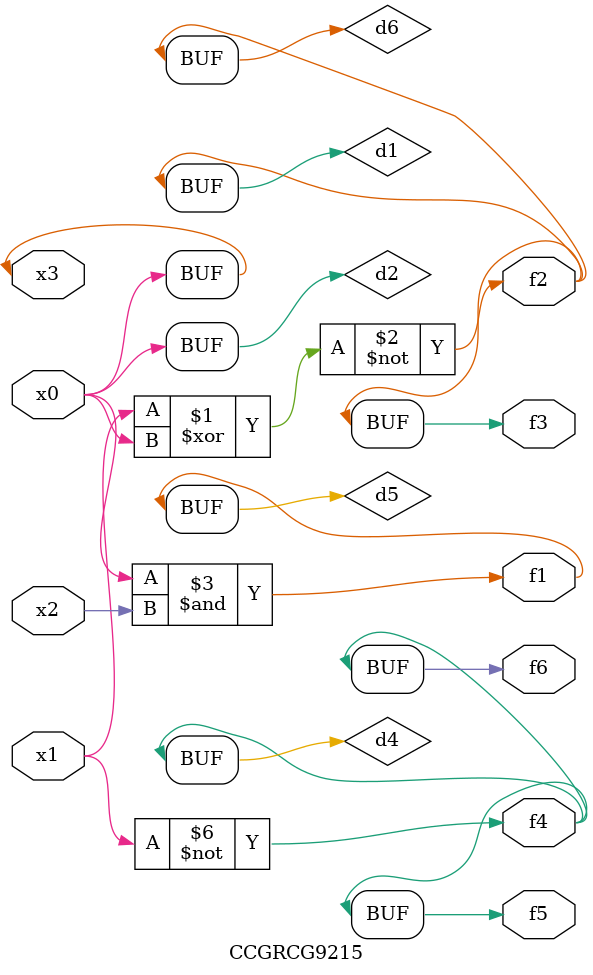
<source format=v>
module CCGRCG9215(
	input x0, x1, x2, x3,
	output f1, f2, f3, f4, f5, f6
);

	wire d1, d2, d3, d4, d5, d6;

	xnor (d1, x1, x3);
	buf (d2, x0, x3);
	nand (d3, x0, x2);
	not (d4, x1);
	nand (d5, d3);
	or (d6, d1);
	assign f1 = d5;
	assign f2 = d6;
	assign f3 = d6;
	assign f4 = d4;
	assign f5 = d4;
	assign f6 = d4;
endmodule

</source>
